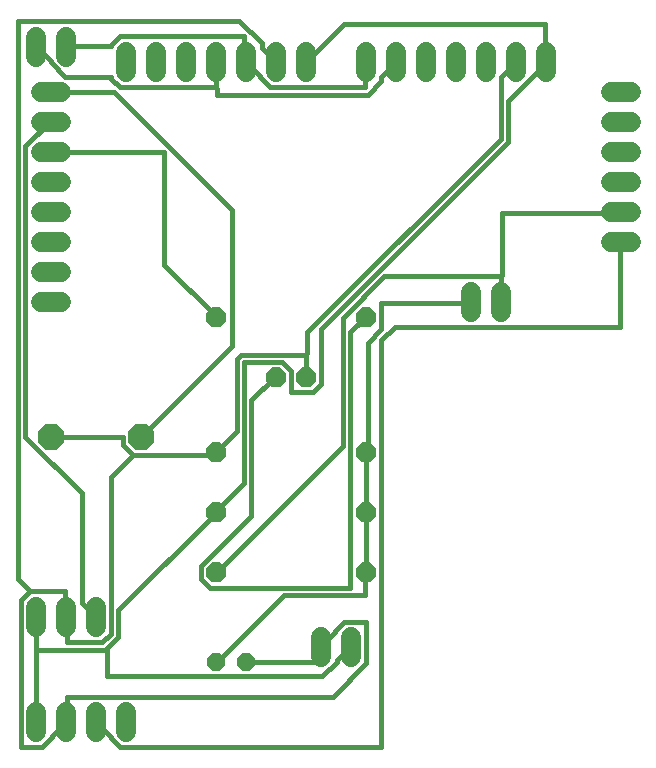
<source format=gbl>
G75*
%MOIN*%
%OFA0B0*%
%FSLAX25Y25*%
%IPPOS*%
%LPD*%
%AMOC8*
5,1,8,0,0,1.08239X$1,22.5*
%
%ADD10C,0.06600*%
%ADD11OC8,0.05800*%
%ADD12OC8,0.06600*%
%ADD13OC8,0.08500*%
%ADD14C,0.01600*%
D10*
X0016016Y0012716D02*
X0016016Y0019316D01*
X0026016Y0019316D02*
X0026016Y0012716D01*
X0036016Y0012716D02*
X0036016Y0019316D01*
X0046016Y0019316D02*
X0046016Y0012716D01*
X0036016Y0047716D02*
X0036016Y0054316D01*
X0026016Y0054316D02*
X0026016Y0047716D01*
X0016016Y0047716D02*
X0016016Y0054316D01*
X0017716Y0156016D02*
X0024316Y0156016D01*
X0024316Y0166016D02*
X0017716Y0166016D01*
X0017716Y0176016D02*
X0024316Y0176016D01*
X0024316Y0186016D02*
X0017716Y0186016D01*
X0017716Y0196016D02*
X0024316Y0196016D01*
X0024316Y0206016D02*
X0017716Y0206016D01*
X0017716Y0216016D02*
X0024316Y0216016D01*
X0024316Y0226016D02*
X0017716Y0226016D01*
X0016016Y0237716D02*
X0016016Y0244316D01*
X0026016Y0244316D02*
X0026016Y0237716D01*
X0046016Y0239316D02*
X0046016Y0232716D01*
X0056016Y0232716D02*
X0056016Y0239316D01*
X0066016Y0239316D02*
X0066016Y0232716D01*
X0076016Y0232716D02*
X0076016Y0239316D01*
X0086016Y0239316D02*
X0086016Y0232716D01*
X0096016Y0232716D02*
X0096016Y0239316D01*
X0106016Y0239316D02*
X0106016Y0232716D01*
X0126016Y0232716D02*
X0126016Y0239316D01*
X0136016Y0239316D02*
X0136016Y0232716D01*
X0146016Y0232716D02*
X0146016Y0239316D01*
X0156016Y0239316D02*
X0156016Y0232716D01*
X0166016Y0232716D02*
X0166016Y0239316D01*
X0176016Y0239316D02*
X0176016Y0232716D01*
X0186016Y0232716D02*
X0186016Y0239316D01*
X0207716Y0226016D02*
X0214316Y0226016D01*
X0214316Y0216016D02*
X0207716Y0216016D01*
X0207716Y0206016D02*
X0214316Y0206016D01*
X0214316Y0196016D02*
X0207716Y0196016D01*
X0207716Y0186016D02*
X0214316Y0186016D01*
X0214316Y0176016D02*
X0207716Y0176016D01*
X0171016Y0159316D02*
X0171016Y0152716D01*
X0161016Y0152716D02*
X0161016Y0159316D01*
X0121016Y0044316D02*
X0121016Y0037716D01*
X0111016Y0037716D02*
X0111016Y0044316D01*
D11*
X0086016Y0036016D03*
X0076016Y0036016D03*
D12*
X0076016Y0066016D03*
X0076016Y0086016D03*
X0076016Y0106016D03*
X0096016Y0131016D03*
X0106016Y0131016D03*
X0126016Y0151016D03*
X0126016Y0106016D03*
X0126016Y0086016D03*
X0126016Y0066016D03*
X0076016Y0151016D03*
D13*
X0051016Y0111016D03*
X0021016Y0111016D03*
D14*
X0011016Y0056705D02*
X0011016Y0007492D01*
X0017906Y0007492D01*
X0021350Y0010937D01*
X0021350Y0011429D01*
X0025780Y0015858D01*
X0026016Y0016016D01*
X0026272Y0016350D01*
X0026272Y0024224D01*
X0114854Y0024224D01*
X0126173Y0035543D01*
X0126173Y0049323D01*
X0118791Y0049323D01*
X0115839Y0046370D01*
X0115839Y0045878D01*
X0111409Y0041449D01*
X0111016Y0041016D01*
X0110917Y0040957D01*
X0110917Y0036035D01*
X0086311Y0036035D01*
X0086016Y0036016D01*
X0076469Y0036035D02*
X0076016Y0036016D01*
X0076469Y0036035D02*
X0098614Y0058181D01*
X0125681Y0058181D01*
X0125681Y0065563D01*
X0126016Y0066016D01*
X0126173Y0066547D01*
X0126173Y0085740D01*
X0126016Y0086016D01*
X0126173Y0086724D01*
X0126173Y0105917D01*
X0126016Y0106016D01*
X0126665Y0106409D01*
X0126665Y0142335D01*
X0131094Y0146764D01*
X0131094Y0155622D01*
X0160622Y0155622D01*
X0161016Y0156016D01*
X0170957Y0156114D02*
X0171016Y0156016D01*
X0170957Y0156114D02*
X0170957Y0164480D01*
X0171449Y0164972D01*
X0171449Y0185642D01*
X0210819Y0185642D01*
X0211016Y0186016D01*
X0211016Y0176016D02*
X0210819Y0175799D01*
X0210819Y0147748D01*
X0135524Y0147748D01*
X0131094Y0143319D01*
X0131094Y0007492D01*
X0043988Y0007492D01*
X0041035Y0010445D01*
X0041035Y0010937D01*
X0036114Y0015858D01*
X0036016Y0016016D01*
X0039559Y0031114D02*
X0039559Y0039480D01*
X0039067Y0039972D01*
X0015937Y0039972D01*
X0015937Y0016350D01*
X0016016Y0016016D01*
X0015937Y0039972D02*
X0015937Y0050799D01*
X0016016Y0051016D01*
X0011016Y0056705D02*
X0013969Y0059657D01*
X0010031Y0063594D01*
X0010031Y0249618D01*
X0083850Y0249618D01*
X0091232Y0242236D01*
X0091232Y0240760D01*
X0095661Y0236331D01*
X0096016Y0236016D01*
X0090740Y0231409D02*
X0090740Y0230917D01*
X0094185Y0227472D01*
X0125681Y0227472D01*
X0125681Y0235839D01*
X0126016Y0236016D01*
X0131094Y0230917D02*
X0131094Y0229441D01*
X0126665Y0225012D01*
X0076469Y0225012D01*
X0076469Y0226980D01*
X0075976Y0227472D01*
X0075976Y0235839D01*
X0076016Y0236016D01*
X0075976Y0227472D02*
X0043988Y0227472D01*
X0041035Y0230425D01*
X0041035Y0230917D01*
X0025780Y0230917D01*
X0020858Y0235839D01*
X0020858Y0236331D01*
X0016429Y0240760D01*
X0016016Y0241016D01*
X0026016Y0241016D02*
X0026272Y0241252D01*
X0041035Y0241252D01*
X0041035Y0241744D01*
X0043988Y0244697D01*
X0085327Y0244697D01*
X0085327Y0236331D01*
X0086016Y0236016D01*
X0086311Y0235839D01*
X0090740Y0231409D01*
X0106016Y0236016D02*
X0106488Y0236331D01*
X0118791Y0248634D01*
X0185720Y0248634D01*
X0185720Y0236331D01*
X0186016Y0236016D01*
X0185720Y0235346D01*
X0173417Y0223043D01*
X0173417Y0209264D01*
X0110917Y0146764D01*
X0110917Y0128555D01*
X0108457Y0126094D01*
X0101075Y0126094D01*
X0101075Y0132984D01*
X0098122Y0135937D01*
X0085327Y0135937D01*
X0085327Y0095583D01*
X0076469Y0086724D01*
X0076016Y0086016D01*
X0075976Y0085740D01*
X0043496Y0053260D01*
X0043496Y0044402D01*
X0039067Y0039972D01*
X0038083Y0042433D02*
X0026272Y0042433D01*
X0026272Y0050307D01*
X0026016Y0051016D01*
X0025780Y0051291D01*
X0025780Y0059657D01*
X0013969Y0059657D01*
X0031193Y0055720D02*
X0031193Y0092138D01*
X0012492Y0110839D01*
X0012492Y0207787D01*
X0020858Y0216154D01*
X0021016Y0216016D01*
X0021350Y0225996D02*
X0021016Y0226016D01*
X0021350Y0225996D02*
X0042020Y0225996D01*
X0081390Y0186626D01*
X0081390Y0141350D01*
X0051370Y0111331D01*
X0051016Y0111016D01*
X0044972Y0110839D02*
X0044972Y0108378D01*
X0048417Y0104933D01*
X0041035Y0097551D01*
X0041035Y0045386D01*
X0038083Y0042433D01*
X0036016Y0051016D02*
X0035622Y0051291D01*
X0031193Y0055720D01*
X0039559Y0031114D02*
X0111409Y0031114D01*
X0116331Y0036035D01*
X0116331Y0036528D01*
X0120760Y0040957D01*
X0121016Y0041016D01*
X0120760Y0060642D02*
X0120760Y0145780D01*
X0125681Y0150701D01*
X0126016Y0151016D01*
X0118299Y0150701D02*
X0132079Y0164480D01*
X0170957Y0164480D01*
X0170957Y0210248D02*
X0106488Y0145780D01*
X0106488Y0138890D01*
X0105996Y0138398D01*
X0105996Y0131016D01*
X0106016Y0131016D01*
X0105996Y0138398D02*
X0084343Y0138398D01*
X0082866Y0136921D01*
X0082866Y0112807D01*
X0076469Y0106409D01*
X0076016Y0106016D01*
X0075484Y0105425D01*
X0075484Y0104933D01*
X0048417Y0104933D01*
X0044972Y0110839D02*
X0021350Y0110839D01*
X0021016Y0111016D01*
X0071055Y0068024D02*
X0071055Y0063594D01*
X0074008Y0060642D01*
X0120760Y0060642D01*
X0087787Y0084756D02*
X0071055Y0068024D01*
X0076016Y0066016D02*
X0076469Y0066055D01*
X0118299Y0107886D01*
X0118299Y0150701D01*
X0096016Y0131016D02*
X0095661Y0131016D01*
X0087787Y0123142D01*
X0087787Y0084756D01*
X0076016Y0151016D02*
X0075976Y0151193D01*
X0058752Y0168417D01*
X0058752Y0205819D01*
X0021350Y0205819D01*
X0021016Y0206016D01*
X0131094Y0230917D02*
X0136016Y0235839D01*
X0136016Y0236016D01*
X0170957Y0230917D02*
X0170957Y0210248D01*
X0170957Y0230917D02*
X0175878Y0235839D01*
X0176016Y0236016D01*
M02*

</source>
